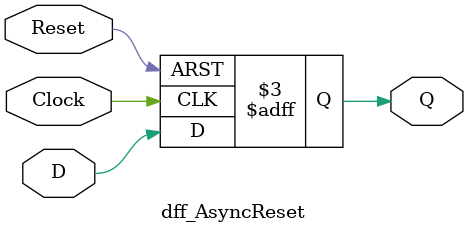
<source format=v>
`timescale 1ns / 1ps
 
module dff_AsyncReset
   (
    input wire Clock,
    input wire D,
	input Reset, 
    output reg Q
   );
 
   always @(negedge Reset or  posedge Clock  )
      begin
        if (!Reset)
            Q = 0;  // Q <= 1'b0;
                    // Qn <= 1'b1; στο σχήμα της 
                    // άσκησης δεν έχει ανάστροφη έξοδο
        else 
            Q = D;
                    // Qn <= -D; στο σχήμα της 
                    // άσκησης δεν έχει ανάστροφη έξοδο
	  end
endmodule
</source>
